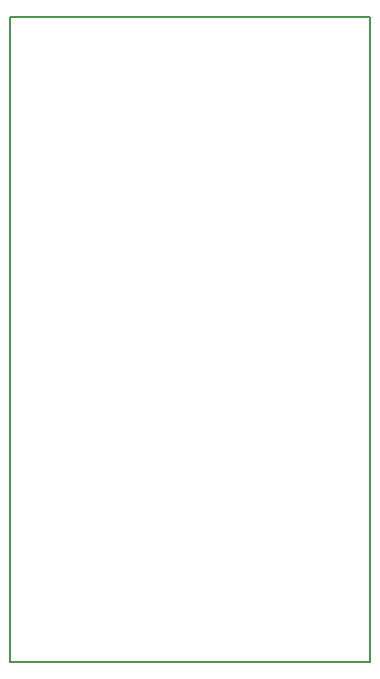
<source format=gm1>
G04 #@! TF.FileFunction,Profile,NP*
%FSLAX46Y46*%
G04 Gerber Fmt 4.6, Leading zero omitted, Abs format (unit mm)*
G04 Created by KiCad (PCBNEW 4.0.2-stable) date 4/1/2016 8:20:13 PM*
%MOMM*%
G01*
G04 APERTURE LIST*
%ADD10C,0.100000*%
%ADD11C,0.150000*%
G04 APERTURE END LIST*
D10*
D11*
X129540000Y-72390000D02*
X99060000Y-72390000D01*
X129540000Y-127000000D02*
X129540000Y-72390000D01*
X99060000Y-127000000D02*
X129540000Y-127000000D01*
X99060000Y-72390000D02*
X99060000Y-127000000D01*
M02*

</source>
